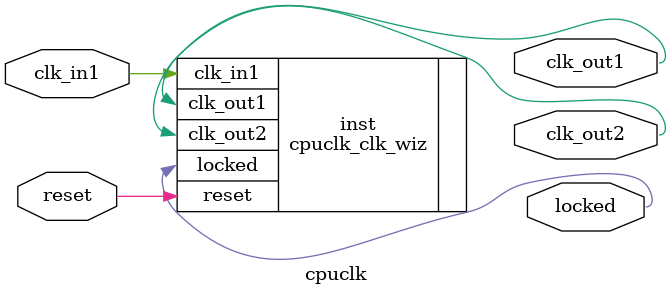
<source format=v>


`timescale 1ps/1ps

(* CORE_GENERATION_INFO = "cpuclk,clk_wiz_v5_4_3_0,{component_name=cpuclk,use_phase_alignment=true,use_min_o_jitter=false,use_max_i_jitter=false,use_dyn_phase_shift=false,use_inclk_switchover=false,use_dyn_reconfig=false,enable_axi=0,feedback_source=FDBK_AUTO,PRIMITIVE=PLL,num_out_clk=2,clkin1_period=10.000,clkin2_period=10.000,use_power_down=false,use_reset=true,use_locked=true,use_inclk_stopped=false,feedback_type=SINGLE,CLOCK_MGR_TYPE=NA,manual_override=false}" *)

module cpuclk 
 (
  // Clock out ports
  output        clk_out1,
  output        clk_out2,
  // Status and control signals
  input         reset,
  output        locked,
 // Clock in ports
  input         clk_in1
 );

  cpuclk_clk_wiz inst
  (
  // Clock out ports  
  .clk_out1(clk_out1),
  .clk_out2(clk_out2),
  // Status and control signals               
  .reset(reset), 
  .locked(locked),
 // Clock in ports
  .clk_in1(clk_in1)
  );

endmodule

</source>
